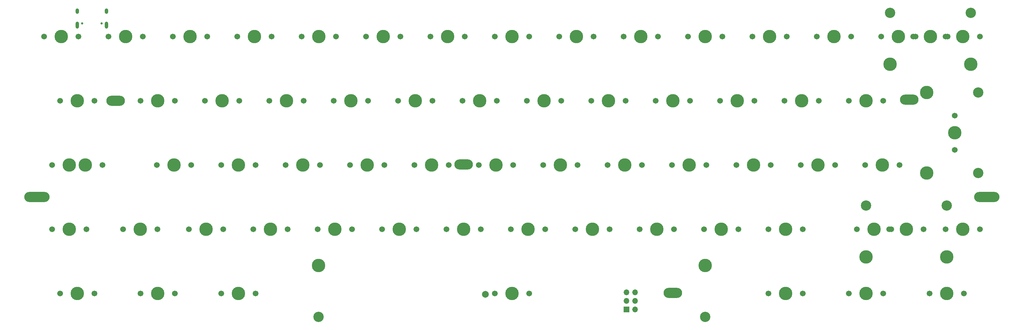
<source format=gts>
G04 #@! TF.GenerationSoftware,KiCad,Pcbnew,(5.99.0-11336-g5116fa6d12)*
G04 #@! TF.CreationDate,2021-07-24T21:02:53+02:00*
G04 #@! TF.ProjectId,plain60-flex-mkd-iso,706c6169-6e36-4302-9d66-6c65782d6d6b,rev?*
G04 #@! TF.SameCoordinates,Original*
G04 #@! TF.FileFunction,Soldermask,Top*
G04 #@! TF.FilePolarity,Negative*
%FSLAX46Y46*%
G04 Gerber Fmt 4.6, Leading zero omitted, Abs format (unit mm)*
G04 Created by KiCad (PCBNEW (5.99.0-11336-g5116fa6d12)) date 2021-07-24 21:02:53*
%MOMM*%
%LPD*%
G01*
G04 APERTURE LIST*
%ADD10C,1.701800*%
%ADD11C,3.987800*%
%ADD12C,3.048000*%
%ADD13O,7.500000X3.000000*%
%ADD14O,5.500000X3.000000*%
%ADD15C,2.000000*%
%ADD16C,0.650000*%
%ADD17O,1.000000X2.100000*%
%ADD18O,1.000000X1.600000*%
%ADD19R,1.700000X1.700000*%
%ADD20O,1.700000X1.700000*%
G04 APERTURE END LIST*
D10*
X71120000Y-28575000D03*
X81280000Y-28575000D03*
D11*
X76200000Y-28575000D03*
D10*
X90170000Y-28575000D03*
X100330000Y-28575000D03*
D11*
X95250000Y-28575000D03*
X152400000Y-28575000D03*
D10*
X147320000Y-28575000D03*
X157480000Y-28575000D03*
X166370000Y-28575000D03*
X176530000Y-28575000D03*
D11*
X171450000Y-28575000D03*
D10*
X138430000Y-28575000D03*
X128270000Y-28575000D03*
D11*
X133350000Y-28575000D03*
D10*
X119380000Y-28575000D03*
X109220000Y-28575000D03*
D11*
X114300000Y-28575000D03*
D10*
X9207500Y-28575000D03*
D11*
X14287500Y-28575000D03*
D10*
X19367500Y-28575000D03*
D11*
X142875000Y-9525000D03*
D10*
X147955000Y-9525000D03*
X137795000Y-9525000D03*
X175895000Y-9525000D03*
X186055000Y-9525000D03*
D11*
X180975000Y-9525000D03*
D10*
X90805000Y-9525000D03*
X80645000Y-9525000D03*
D11*
X85725000Y-9525000D03*
X238125000Y-9525000D03*
D10*
X243205000Y-9525000D03*
X233045000Y-9525000D03*
X213995000Y-9525000D03*
X224155000Y-9525000D03*
D11*
X219075000Y-9525000D03*
X200025000Y-9525000D03*
D10*
X205105000Y-9525000D03*
X194945000Y-9525000D03*
X156845000Y-9525000D03*
X167005000Y-9525000D03*
D11*
X161925000Y-9525000D03*
X123825000Y-9525000D03*
D10*
X118745000Y-9525000D03*
X128905000Y-9525000D03*
X109855000Y-9525000D03*
X99695000Y-9525000D03*
D11*
X104775000Y-9525000D03*
D10*
X61595000Y-9525000D03*
D11*
X66675000Y-9525000D03*
D10*
X71755000Y-9525000D03*
D11*
X28575000Y-9525000D03*
D10*
X33655000Y-9525000D03*
X23495000Y-9525000D03*
D11*
X9525000Y-9525000D03*
D10*
X14605000Y-9525000D03*
X4445000Y-9525000D03*
X33020000Y-85725000D03*
X43180000Y-85725000D03*
D11*
X38100000Y-85725000D03*
D10*
X152717500Y-66675000D03*
X142557500Y-66675000D03*
D11*
X147637500Y-66675000D03*
X223837500Y-66675000D03*
D10*
X218757500Y-66675000D03*
X228917500Y-66675000D03*
X171767500Y-66675000D03*
D11*
X166687500Y-66675000D03*
D10*
X161607500Y-66675000D03*
X123507500Y-66675000D03*
D11*
X128587500Y-66675000D03*
D10*
X133667500Y-66675000D03*
X190817500Y-66675000D03*
X180657500Y-66675000D03*
D11*
X185737500Y-66675000D03*
D10*
X9207500Y-85725000D03*
X19367500Y-85725000D03*
D11*
X14287500Y-85725000D03*
D10*
X242570000Y-28575000D03*
D11*
X247650000Y-28575000D03*
D10*
X252730000Y-28575000D03*
D11*
X52387500Y-66675000D03*
D10*
X57467500Y-66675000D03*
X47307500Y-66675000D03*
D11*
X190500000Y-28575000D03*
D10*
X185420000Y-28575000D03*
X195580000Y-28575000D03*
X113982500Y-47625000D03*
D11*
X119062500Y-47625000D03*
D10*
X124142500Y-47625000D03*
D11*
X61912500Y-47625000D03*
D10*
X66992500Y-47625000D03*
X56832500Y-47625000D03*
D11*
X252412500Y-47625000D03*
D10*
X257492500Y-47625000D03*
X247332500Y-47625000D03*
X271145000Y-66675000D03*
X281305000Y-66675000D03*
D11*
X276225000Y-66675000D03*
D10*
X181292500Y-47625000D03*
D11*
X176212500Y-47625000D03*
D10*
X171132500Y-47625000D03*
D11*
X265588787Y-26162961D03*
X265588787Y-50038961D03*
D10*
X273844687Y-33020061D03*
D11*
X273844687Y-38100061D03*
D12*
X280828787Y-26162961D03*
X280828787Y-50038961D03*
D10*
X273844687Y-43180061D03*
D11*
X228600000Y-28575000D03*
D10*
X233680000Y-28575000D03*
X223520000Y-28575000D03*
D11*
X61912500Y-85725000D03*
D10*
X66992500Y-85725000D03*
X56832500Y-85725000D03*
D11*
X80962500Y-47625000D03*
D10*
X75882500Y-47625000D03*
X86042500Y-47625000D03*
X162242500Y-47625000D03*
X152082500Y-47625000D03*
D11*
X157162500Y-47625000D03*
D10*
X105092500Y-47625000D03*
D11*
X100012500Y-47625000D03*
D10*
X94932500Y-47625000D03*
D11*
X42862500Y-47625000D03*
D10*
X37782500Y-47625000D03*
X47942500Y-47625000D03*
X190182500Y-47625000D03*
D11*
X195262500Y-47625000D03*
D10*
X200342500Y-47625000D03*
X6826277Y-66674925D03*
D11*
X11906277Y-66674925D03*
D10*
X16986277Y-66674925D03*
D11*
X233362500Y-47625000D03*
D10*
X238442500Y-47625000D03*
X228282500Y-47625000D03*
X209232500Y-47625000D03*
X219392500Y-47625000D03*
D11*
X214312500Y-47625000D03*
D10*
X204470000Y-28575000D03*
X214630000Y-28575000D03*
D11*
X209550000Y-28575000D03*
D10*
X133032500Y-47625000D03*
D11*
X138112500Y-47625000D03*
D10*
X143192500Y-47625000D03*
X11588750Y-47625000D03*
D11*
X16668750Y-47625000D03*
D10*
X21748750Y-47625000D03*
X114617500Y-66675000D03*
X104457500Y-66675000D03*
D11*
X109537500Y-66675000D03*
X247650000Y-85725000D03*
D10*
X242570000Y-85725000D03*
X252730000Y-85725000D03*
X76517500Y-66675000D03*
X66357500Y-66675000D03*
D11*
X71437500Y-66675000D03*
X223837500Y-85725000D03*
D10*
X218757500Y-85725000D03*
X228917500Y-85725000D03*
X266382728Y-85725072D03*
X276542728Y-85725072D03*
D11*
X271462728Y-85725072D03*
D13*
X283368988Y-57125000D03*
X2381252Y-57125000D03*
D11*
X38100000Y-28575000D03*
D10*
X43180000Y-28575000D03*
X33020000Y-28575000D03*
X281304977Y-9525061D03*
X271144977Y-9525061D03*
D11*
X276224977Y-9525061D03*
X32887500Y-66675000D03*
D10*
X27807500Y-66675000D03*
X37967500Y-66675000D03*
D14*
X190500160Y-85525000D03*
D10*
X85407500Y-66675000D03*
X95567500Y-66675000D03*
D11*
X90487500Y-66675000D03*
X11906277Y-47624925D03*
D10*
X16986277Y-47624925D03*
X6826277Y-47624925D03*
D14*
X260425000Y-28227050D03*
D11*
X257174977Y-9525061D03*
D10*
X252094977Y-9525061D03*
X262254977Y-9525061D03*
D11*
X250031287Y-66675061D03*
D10*
X244951287Y-66675061D03*
X255111287Y-66675061D03*
X271780087Y-9524961D03*
D12*
X278638087Y-2539961D03*
D11*
X254762087Y-17779961D03*
D10*
X261620087Y-9524961D03*
D11*
X266700087Y-9524961D03*
D12*
X254762087Y-2539961D03*
D11*
X278638087Y-17779961D03*
D10*
X199707500Y-66675000D03*
X209867500Y-66675000D03*
D11*
X204787500Y-66675000D03*
D14*
X128587608Y-47425040D03*
D11*
X57150000Y-28575000D03*
D10*
X62230000Y-28575000D03*
X52070000Y-28575000D03*
D14*
X25600000Y-28576024D03*
D10*
X264636347Y-66675011D03*
D12*
X271494347Y-59690011D03*
X247618347Y-59690011D03*
D10*
X254476347Y-66675011D03*
D11*
X259556347Y-66675011D03*
X247618347Y-74930011D03*
X271494347Y-74930011D03*
X200056750Y-77470000D03*
D12*
X200056750Y-92710000D03*
X85693250Y-92710000D03*
D11*
X85693250Y-77470000D03*
D10*
X147955000Y-85725000D03*
D11*
X142875000Y-85725000D03*
D10*
X137795000Y-85725000D03*
D11*
X47625000Y-9525000D03*
D10*
X52705000Y-9525000D03*
X42545000Y-9525000D03*
D15*
X134979287Y-85950061D03*
D16*
X21458000Y-5630000D03*
X15678000Y-5630000D03*
D17*
X22888000Y-6160000D03*
D18*
X22888000Y-1980000D03*
X14248000Y-1980000D03*
D17*
X14248000Y-6160000D03*
D19*
X176729287Y-90510061D03*
D20*
X179269287Y-90510061D03*
X176729287Y-87970061D03*
X179269287Y-87970061D03*
X176729287Y-85430061D03*
X179269287Y-85430061D03*
M02*

</source>
